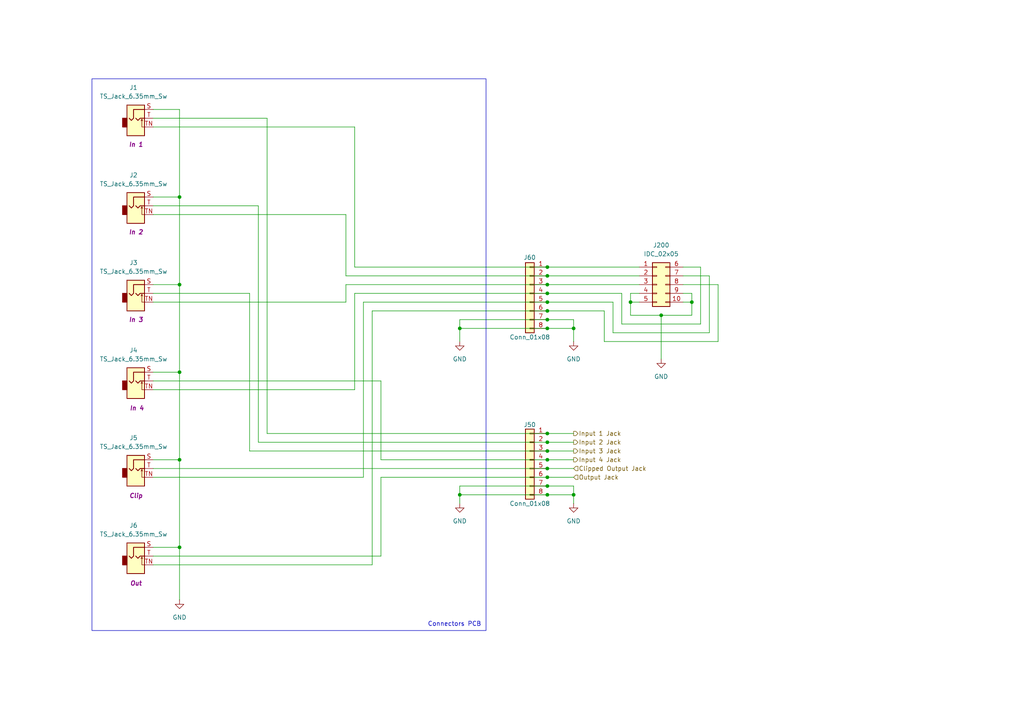
<source format=kicad_sch>
(kicad_sch (version 20231120) (generator "eeschema") (generator_version "8.0")
  (paper "A4")
  (title_block (company "DMH Instruments") (comment 1 "PCB for 5 cm Kosmo format synthesizer module"))
  (lib_symbols
    (symbol "Connector_Generic:Conn_01x08" (pin_names (offset 1.016) hide)
      (property "Reference" "J" (at 0 10.16 0))
      (property "Value" "Conn_01x08" (at 0 -12.7 0))
      (symbol "Conn_01x08_1_1"
        (rectangle (start -1.27 -10.033) (end 0 -10.287) (stroke (width 0.1524)))
        (rectangle (start -1.27 -7.493) (end 0 -7.747) (stroke (width 0.1524)))
        (rectangle (start -1.27 -4.953) (end 0 -5.207) (stroke (width 0.1524)))
        (rectangle (start -1.27 -2.413) (end 0 -2.667) (stroke (width 0.1524)))
        (rectangle (start -1.27 0.127) (end 0 -0.127) (stroke (width 0.1524)))
        (rectangle (start -1.27 2.667) (end 0 2.413) (stroke (width 0.1524)))
        (rectangle (start -1.27 5.207) (end 0 4.953) (stroke (width 0.1524)))
        (rectangle (start -1.27 7.747) (end 0 7.493) (stroke (width 0.1524)))
        (rectangle (start -1.27 8.89) (end 1.27 -11.43) (stroke (width 0.254)) (fill (type background)))
        (pin passive line (at -5.08 7.62 0) (length 3.81) (name "Pin_1") (number "1"))
        (pin passive line (at -5.08 5.08 0) (length 3.81) (name "Pin_2") (number "2"))
        (pin passive line (at -5.08 2.54 0) (length 3.81) (name "Pin_3") (number "3"))
        (pin passive line (at -5.08 0 0) (length 3.81) (name "Pin_4") (number "4"))
        (pin passive line (at -5.08 -2.54 0) (length 3.81) (name "Pin_5") (number "5"))
        (pin passive line (at -5.08 -5.08 0) (length 3.81) (name "Pin_6") (number "6"))
        (pin passive line (at -5.08 -7.62 0) (length 3.81) (name "Pin_7") (number "7"))
        (pin passive line (at -5.08 -10.16 0) (length 3.81) (name "Pin_8") (number "8"))
      )
    )
    (symbol "SynthStuff:BackBone_Connector_10Pin" (pin_names (offset 1.016) hide)
      (property "Reference" "J" (at 0 -10.922 0))
      (property "Value" "IDC_02x05" (at 0 -8.382 0))
      (symbol "BackBone_Connector_10Pin_1_1"
        (rectangle (start -2.54 -4.953) (end -1.27 -5.207) (stroke (width 0.1524)))
        (rectangle (start -2.54 -2.413) (end -1.27 -2.667) (stroke (width 0.1524)))
        (rectangle (start -2.54 0.127) (end -1.27 -0.127) (stroke (width 0.1524)))
        (rectangle (start -2.54 2.667) (end -1.27 2.413) (stroke (width 0.1524)))
        (rectangle (start -2.54 5.207) (end -1.27 4.953) (stroke (width 0.1524)))
        (rectangle (start -2.54 6.35) (end 2.54 -6.35) (stroke (width 0.254)) (fill (type background)))
        (rectangle (start 2.54 -4.953) (end 1.27 -5.207) (stroke (width 0.1524)))
        (rectangle (start 2.54 -2.413) (end 1.27 -2.667) (stroke (width 0.1524)))
        (rectangle (start 2.54 0.127) (end 1.27 -0.127) (stroke (width 0.1524)))
        (rectangle (start 2.54 2.667) (end 1.27 2.413) (stroke (width 0.1524)))
        (rectangle (start 2.54 5.207) (end 1.27 4.953) (stroke (width 0.1524)))
        (pin passive line (at -6.35 5.08 0) (length 3.81) (name "Pin_1") (number "1"))
        (pin passive line (at 6.35 -5.08 180) (length 3.81) (name "Pin_10") (number "10"))
        (pin passive line (at -6.35 2.54 0) (length 3.81) (name "Pin_2") (number "2"))
        (pin passive line (at -6.35 0 0) (length 3.81) (name "Pin_3") (number "3"))
        (pin passive line (at -6.35 -2.54 0) (length 3.81) (name "Pin_4") (number "4"))
        (pin passive line (at -6.35 -5.08 0) (length 3.81) (name "Pin_5") (number "5"))
        (pin passive line (at 6.35 5.08 180) (length 3.81) (name "Pin_6") (number "6"))
        (pin passive line (at 6.35 2.54 180) (length 3.81) (name "Pin_7") (number "7"))
        (pin passive line (at 6.35 0 180) (length 3.81) (name "Pin_8") (number "8"))
        (pin passive line (at 6.35 -2.54 180) (length 3.81) (name "Pin_9") (number "9"))
      )
    )
    (symbol "SynthStuff:TS_Jack_6.35mm_Sw"
      (property "Reference" "J" (at -0.635 8.89 0))
      (property "Value" "TS_Jack_6.35mm_Sw" (at -0.635 6.35 0))
      (symbol "TS_Jack_6.35mm_Sw_0_1"
        (rectangle (start -2.54 0) (end -3.81 -2.54) (stroke (width 0.254)) (fill (type outline)))
        (polyline (pts (xy 1.778 -0.254) (xy 2.032 -0.762)))
        (polyline (pts (xy 0 0) (xy 0.635 -0.635) (xy 1.27 0) (xy 2.54 0)) (stroke (width 0.254)))
        (polyline (pts (xy 2.54 -2.54) (xy 1.778 -2.54) (xy 1.778 -0.254) (xy 1.524 -0.762)))
        (polyline (pts (xy 2.54 2.54) (xy -0.635 2.54) (xy -0.635 0) (xy -1.27 -0.635) (xy -1.905 0)) (stroke (width 0.254)))
        (rectangle (start 2.54 3.81) (end -2.54 -5.08) (stroke (width 0.254)) (fill (type background)))
      )
      (symbol "TS_Jack_6.35mm_Sw_1_1"
        (pin passive line (at 5.08 2.54 180) (length 2.54) (name "~") (number "S"))
        (pin passive line (at 5.08 0 180) (length 2.54) (name "~") (number "T"))
        (pin passive line (at 5.08 -2.54 180) (length 2.54) (name "~") (number "TN"))
      )
    )
    (symbol "power:GND" (power) (pin_numbers hide) (pin_names (offset 0) hide)
      (property "Value" "GND" (at 0 -3.81 0))
      (symbol "GND_0_1"
        (polyline (pts (xy 0 0) (xy 0 -1.27) (xy 1.27 -1.27) (xy 0 -2.54) (xy -1.27 -1.27) (xy 0 -1.27)))
      )
      (symbol "GND_1_1"
        (pin power_in line (at 0 0 270) (length 0) (name "~") (number "1"))
      )
    )
  )
  (junction (at 52.07 158.75))
  (junction (at 133.35 143.51))
  (junction (at 52.07 107.95))
  (junction (at 158.75 85.09))
  (junction (at 158.75 77.47))
  (junction (at 52.07 82.55))
  (junction (at 158.75 140.97))
  (junction (at 158.75 92.71))
  (junction (at 158.75 125.73))
  (junction (at 166.37 95.25))
  (junction (at 158.75 82.55))
  (junction (at 191.77 91.44))
  (junction (at 158.75 95.25))
  (junction (at 158.75 90.17))
  (junction (at 52.07 133.35))
  (junction (at 158.75 133.35))
  (junction (at 158.75 87.63))
  (junction (at 158.75 143.51))
  (junction (at 200.66 87.63))
  (junction (at 182.88 87.63))
  (junction (at 158.75 135.89))
  (junction (at 133.35 95.25))
  (junction (at 158.75 130.81))
  (junction (at 52.07 57.15))
  (junction (at 158.75 128.27))
  (junction (at 158.75 80.01))
  (junction (at 166.37 143.51))
  (junction (at 158.75 138.43))
  (wire (pts (xy 205.74 96.52) (xy 205.74 80.01)))
  (wire (pts (xy 158.75 82.55) (xy 185.42 82.55)))
  (wire (pts (xy 133.35 99.06) (xy 133.35 95.25)))
  (wire (pts (xy 44.45 163.83) (xy 107.95 163.83)))
  (wire (pts (xy 77.47 34.29) (xy 77.47 125.73)))
  (wire (pts (xy 44.45 34.29) (xy 77.47 34.29)))
  (wire (pts (xy 191.77 91.44) (xy 191.77 104.14)))
  (wire (pts (xy 44.45 133.35) (xy 52.07 133.35)))
  (wire (pts (xy 77.47 125.73) (xy 158.75 125.73)))
  (wire (pts (xy 208.28 82.55) (xy 198.12 82.55)))
  (wire (pts (xy 177.8 87.63) (xy 177.8 96.52)))
  (wire (pts (xy 133.35 95.25) (xy 158.75 95.25)))
  (wire (pts (xy 44.45 135.89) (xy 158.75 135.89)))
  (wire (pts (xy 158.75 77.47) (xy 185.42 77.47)))
  (wire (pts (xy 182.88 85.09) (xy 185.42 85.09)))
  (wire (pts (xy 158.75 143.51) (xy 166.37 143.51)))
  (wire (pts (xy 182.88 87.63) (xy 182.88 91.44)))
  (wire (pts (xy 182.88 87.63) (xy 182.88 85.09)))
  (wire (pts (xy 52.07 158.75) (xy 52.07 173.99)))
  (wire (pts (xy 44.45 138.43) (xy 105.41 138.43)))
  (wire (pts (xy 203.2 93.98) (xy 203.2 77.47)))
  (wire (pts (xy 72.39 130.81) (xy 158.75 130.81)))
  (wire (pts (xy 74.93 59.69) (xy 74.93 128.27)))
  (wire (pts (xy 198.12 85.09) (xy 200.66 85.09)))
  (wire (pts (xy 180.34 85.09) (xy 180.34 93.98)))
  (wire (pts (xy 102.87 85.09) (xy 158.75 85.09)))
  (wire (pts (xy 100.33 62.23) (xy 100.33 80.01)))
  (wire (pts (xy 100.33 87.63) (xy 100.33 82.55)))
  (wire (pts (xy 175.26 99.06) (xy 208.28 99.06)))
  (wire (pts (xy 110.49 138.43) (xy 158.75 138.43)))
  (wire (pts (xy 198.12 87.63) (xy 200.66 87.63)))
  (wire (pts (xy 158.75 128.27) (xy 166.37 128.27)))
  (wire (pts (xy 158.75 90.17) (xy 175.26 90.17)))
  (wire (pts (xy 133.35 95.25) (xy 133.35 92.71)))
  (wire (pts (xy 166.37 140.97) (xy 166.37 143.51)))
  (wire (pts (xy 110.49 161.29) (xy 110.49 138.43)))
  (wire (pts (xy 133.35 143.51) (xy 133.35 140.97)))
  (wire (pts (xy 44.45 87.63) (xy 100.33 87.63)))
  (wire (pts (xy 177.8 96.52) (xy 205.74 96.52)))
  (wire (pts (xy 205.74 80.01) (xy 198.12 80.01)))
  (wire (pts (xy 44.45 110.49) (xy 110.49 110.49)))
  (wire (pts (xy 185.42 87.63) (xy 182.88 87.63)))
  (wire (pts (xy 158.75 140.97) (xy 166.37 140.97)))
  (wire (pts (xy 200.66 85.09) (xy 200.66 87.63)))
  (wire (pts (xy 166.37 92.71) (xy 166.37 95.25)))
  (wire (pts (xy 208.28 99.06) (xy 208.28 82.55)))
  (wire (pts (xy 44.45 59.69) (xy 74.93 59.69)))
  (wire (pts (xy 52.07 82.55) (xy 52.07 107.95)))
  (wire (pts (xy 180.34 93.98) (xy 203.2 93.98)))
  (wire (pts (xy 102.87 77.47) (xy 158.75 77.47)))
  (wire (pts (xy 44.45 158.75) (xy 52.07 158.75)))
  (wire (pts (xy 44.45 62.23) (xy 100.33 62.23)))
  (wire (pts (xy 52.07 82.55) (xy 52.07 57.15)))
  (wire (pts (xy 133.35 140.97) (xy 158.75 140.97)))
  (wire (pts (xy 105.41 87.63) (xy 158.75 87.63)))
  (wire (pts (xy 107.95 90.17) (xy 158.75 90.17)))
  (wire (pts (xy 133.35 92.71) (xy 158.75 92.71)))
  (wire (pts (xy 44.45 36.83) (xy 102.87 36.83)))
  (wire (pts (xy 72.39 85.09) (xy 72.39 130.81)))
  (wire (pts (xy 158.75 92.71) (xy 166.37 92.71)))
  (wire (pts (xy 44.45 57.15) (xy 52.07 57.15)))
  (wire (pts (xy 158.75 130.81) (xy 166.37 130.81)))
  (wire (pts (xy 200.66 91.44) (xy 191.77 91.44)))
  (wire (pts (xy 158.75 125.73) (xy 166.37 125.73)))
  (wire (pts (xy 44.45 161.29) (xy 110.49 161.29)))
  (wire (pts (xy 44.45 82.55) (xy 52.07 82.55)))
  (wire (pts (xy 166.37 95.25) (xy 166.37 99.06)))
  (wire (pts (xy 133.35 143.51) (xy 158.75 143.51)))
  (wire (pts (xy 110.49 133.35) (xy 158.75 133.35)))
  (wire (pts (xy 203.2 77.47) (xy 198.12 77.47)))
  (wire (pts (xy 158.75 135.89) (xy 166.37 135.89)))
  (wire (pts (xy 102.87 113.03) (xy 102.87 85.09)))
  (wire (pts (xy 158.75 95.25) (xy 166.37 95.25)))
  (wire (pts (xy 133.35 146.05) (xy 133.35 143.51)))
  (wire (pts (xy 44.45 113.03) (xy 102.87 113.03)))
  (wire (pts (xy 110.49 110.49) (xy 110.49 133.35)))
  (wire (pts (xy 100.33 82.55) (xy 158.75 82.55)))
  (wire (pts (xy 158.75 85.09) (xy 180.34 85.09)))
  (wire (pts (xy 158.75 87.63) (xy 177.8 87.63)))
  (wire (pts (xy 52.07 107.95) (xy 52.07 133.35)))
  (wire (pts (xy 166.37 143.51) (xy 166.37 146.05)))
  (wire (pts (xy 107.95 163.83) (xy 107.95 90.17)))
  (wire (pts (xy 105.41 138.43) (xy 105.41 87.63)))
  (wire (pts (xy 74.93 128.27) (xy 158.75 128.27)))
  (wire (pts (xy 158.75 80.01) (xy 185.42 80.01)))
  (wire (pts (xy 200.66 87.63) (xy 200.66 91.44)))
  (wire (pts (xy 52.07 31.75) (xy 52.07 57.15)))
  (wire (pts (xy 158.75 138.43) (xy 166.37 138.43)))
  (wire (pts (xy 100.33 80.01) (xy 158.75 80.01)))
  (wire (pts (xy 191.77 91.44) (xy 182.88 91.44)))
  (wire (pts (xy 44.45 85.09) (xy 72.39 85.09)))
  (wire (pts (xy 175.26 90.17) (xy 175.26 99.06)))
  (wire (pts (xy 52.07 31.75) (xy 44.45 31.75)))
  (wire (pts (xy 44.45 107.95) (xy 52.07 107.95)))
  (wire (pts (xy 52.07 133.35) (xy 52.07 158.75)))
  (wire (pts (xy 102.87 36.83) (xy 102.87 77.47)))
  (wire (pts (xy 158.75 133.35) (xy 166.37 133.35)))
  (rectangle (start 26.67 22.86) (end 140.97 182.88))
  (text "Connectors PCB" (at 131.826 181.102 0) (effects (font (size 1.27 1.27))))
  (hierarchical_label "Input 2 Jack" (shape output) (at 166.37 128.27 0))
  (hierarchical_label "Input 3 Jack" (shape output) (at 166.37 130.81 0))
  (hierarchical_label "Input 4 Jack" (shape output) (at 166.37 133.35 0))
  (hierarchical_label "Clipped Output Jack" (shape input) (at 166.37 135.89 0))
  (hierarchical_label "Output Jack" (shape input) (at 166.37 138.43 0))
  (hierarchical_label "Input 1 Jack" (shape output) (at 166.37 125.73 0))
  (symbol (lib_id "SynthStuff:TS_Jack_6.35mm_Sw") (at 39.37 34.29 0) (unit 1)
    (property "Reference" "J1" (at 38.735 25.4 0))
    (property "Value" "TS_Jack_6.35mm_Sw" (at 38.735 27.94 0))
    (property "Footprint" "SynthStuff:CUI_MJ-63052A" (effects (hide yes)))
    (property "Description" "Audio Jack, 2 Poles (Mono / TS), Switched T Pole (Normalling), 6.35mm, 1/4inch" (effects (hide yes)))
    (property "Function" "In 1" (at 39.37 41.91 0) (effects (font (thickness 0.254) (bold yes) (italic yes))))
  )
  (symbol (lib_id "SynthStuff:TS_Jack_6.35mm_Sw") (at 39.37 161.29 0) (unit 1)
    (property "Reference" "J6" (at 38.735 152.4 0))
    (property "Value" "TS_Jack_6.35mm_Sw" (at 38.735 154.94 0))
    (property "Footprint" "SynthStuff:CUI_MJ-63052A" (effects (hide yes)))
    (property "Description" "Audio Jack, 2 Poles (Mono / TS), Switched T Pole (Normalling), 6.35mm, 1/4inch" (effects (hide yes)))
    (property "Function" "Out" (at 39.37 169.164 0) (effects (font (thickness 0.254) (bold yes) (italic yes))))
  )
  (symbol (lib_id "power:GND") (at 133.35 146.05 0) (unit 1)
    (property "Reference" "#PWR020" (effects (hide yes)))
    (property "Value" "GND" (at 133.35 151.13 0))
    (property "Description" "Power symbol creates a global label with name \"GND\" , ground" (effects (hide yes)))
  )
  (symbol (lib_id "SynthStuff:TS_Jack_6.35mm_Sw") (at 39.37 135.89 0) (unit 1)
    (property "Reference" "J5" (at 38.735 127 0))
    (property "Value" "TS_Jack_6.35mm_Sw" (at 38.735 129.54 0))
    (property "Footprint" "SynthStuff:CUI_MJ-63052A" (effects (hide yes)))
    (property "Description" "Audio Jack, 2 Poles (Mono / TS), Switched T Pole (Normalling), 6.35mm, 1/4inch" (effects (hide yes)))
    (property "Function" "Clip" (at 39.37 143.764 0) (effects (font (thickness 0.254) (bold yes) (italic yes))))
  )
  (symbol (lib_id "power:GND") (at 191.77 104.14 0) (unit 1)
    (property "Reference" "#PWR023" (effects (hide yes)))
    (property "Value" "GND" (at 191.77 109.22 0))
    (property "Description" "Power symbol creates a global label with name \"GND\" , ground" (effects (hide yes)))
  )
  (symbol (lib_id "power:GND") (at 133.35 99.06 0) (unit 1)
    (property "Reference" "#PWR019" (effects (hide yes)))
    (property "Value" "GND" (at 133.35 104.14 0))
    (property "Description" "Power symbol creates a global label with name \"GND\" , ground" (effects (hide yes)))
  )
  (symbol (lib_id "power:GND") (at 166.37 99.06 0) (unit 1)
    (property "Reference" "#PWR021" (effects (hide yes)))
    (property "Value" "GND" (at 166.37 104.14 0))
    (property "Description" "Power symbol creates a global label with name \"GND\" , ground" (effects (hide yes)))
  )
  (symbol (lib_id "SynthStuff:TS_Jack_6.35mm_Sw") (at 39.37 110.49 0) (unit 1)
    (property "Reference" "J4" (at 38.735 101.6 0))
    (property "Value" "TS_Jack_6.35mm_Sw" (at 38.735 104.14 0))
    (property "Footprint" "SynthStuff:CUI_MJ-63052A" (effects (hide yes)))
    (property "Description" "Audio Jack, 2 Poles (Mono / TS), Switched T Pole (Normalling), 6.35mm, 1/4inch" (effects (hide yes)))
    (property "Function" "In 4" (at 39.624 118.364 0) (effects (font (thickness 0.254) (bold yes) (italic yes))))
  )
  (symbol (lib_id "Connector_Generic:Conn_01x08") (at 153.67 133.35 0) (mirror y) (unit 1)
    (property "Reference" "J50" (at 155.448 123.19 0) (effects (justify left)))
    (property "Value" "Conn_01x08" (at 153.67 146.05 0))
    (property "Footprint" "Connector_PinHeader_2.54mm:PinHeader_1x08_P2.54mm_Vertical" (effects (hide yes)))
    (property "Description" "Generic connector, single row, 01x08, script generated (kicad-library-utils/schlib/autogen/connector/)" (effects (hide yes)))
  )
  (symbol (lib_id "Connector_Generic:Conn_01x08") (at 153.67 85.09 0) (mirror y) (unit 1)
    (property "Reference" "J60" (at 155.448 74.676 0) (effects (justify left)))
    (property "Value" "Conn_01x08" (at 153.67 97.79 0))
    (property "Footprint" "Connector_PinHeader_2.54mm:PinHeader_1x08_P2.54mm_Vertical" (effects (hide yes)))
    (property "Description" "Generic connector, single row, 01x08, script generated (kicad-library-utils/schlib/autogen/connector/)" (effects (hide yes)))
  )
  (symbol (lib_id "power:GND") (at 166.37 146.05 0) (unit 1)
    (property "Reference" "#PWR022" (effects (hide yes)))
    (property "Value" "GND" (at 166.37 151.13 0))
    (property "Description" "Power symbol creates a global label with name \"GND\" , ground" (effects (hide yes)))
  )
  (symbol (lib_id "SynthStuff:BackBone_Connector_10Pin") (at 191.77 82.55 0) (unit 1) (on_board no)
    (property "Reference" "J200" (at 191.77 71.12 0))
    (property "Value" "IDC_02x05" (at 191.77 73.66 0))
    (property "Footprint" "SynthStuff:IDC-Header_2x05_P2.54mm_Vertical_BackBone" (effects (hide yes)))
    (property "Description" "IDC jack, 2x5 pins, row a carries same signals as row b." (effects (hide yes)))
  )
  (symbol (lib_id "power:GND") (at 52.07 173.99 0) (unit 1) (on_board no)
    (property "Reference" "#PWR01" (effects (hide yes)))
    (property "Value" "GND" (at 52.07 179.07 0))
    (property "Description" "Power symbol creates a global label with name \"GND\" , ground" (effects (hide yes)))
  )
  (symbol (lib_id "SynthStuff:TS_Jack_6.35mm_Sw") (at 39.37 59.69 0) (unit 1)
    (property "Reference" "J2" (at 38.735 50.8 0))
    (property "Value" "TS_Jack_6.35mm_Sw" (at 38.735 53.34 0))
    (property "Footprint" "SynthStuff:CUI_MJ-63052A" (effects (hide yes)))
    (property "Description" "Audio Jack, 2 Poles (Mono / TS), Switched T Pole (Normalling), 6.35mm, 1/4inch" (effects (hide yes)))
    (property "Function" "In 2" (at 39.37 67.31 0) (effects (font (thickness 0.254) (bold yes) (italic yes))))
  )
  (symbol (lib_id "SynthStuff:TS_Jack_6.35mm_Sw") (at 39.37 85.09 0) (unit 1)
    (property "Reference" "J3" (at 38.735 76.2 0))
    (property "Value" "TS_Jack_6.35mm_Sw" (at 38.735 78.74 0))
    (property "Footprint" "SynthStuff:CUI_MJ-63052A" (effects (hide yes)))
    (property "Description" "Audio Jack, 2 Poles (Mono / TS), Switched T Pole (Normalling), 6.35mm, 1/4inch" (effects (hide yes)))
    (property "Function" "In 3" (at 39.37 92.71 0) (effects (font (thickness 0.254) (bold yes) (italic yes))))
  )
)
</source>
